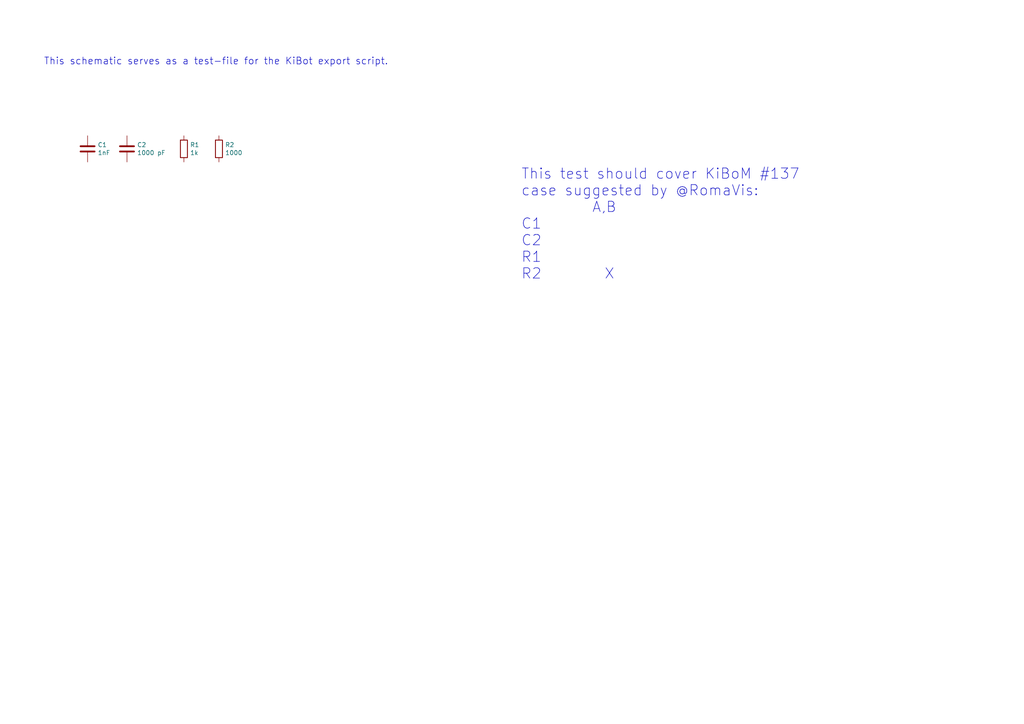
<source format=kicad_sch>
(kicad_sch (version 20250114) (generator "eeschema") (generator_version "9.0")
  (paper "A4")
  (title_block (title "KiBom Test Schematic") (date "2020-03-12") (rev "A") (company "https://github.com/SchrodingersGat/KiBom"))
  (lib_symbols
    (symbol "Device:C" (pin_numbers (hide yes)) (pin_names (offset 0.254))
      (property "Reference" "C" (at 0.635 2.54 0))
      (property "Value" "C" (at 0.635 -2.54 0))
      (symbol "C_0_1"
        (polyline (pts (xy -2.032 0.762) (xy 2.032 0.762)) (stroke (width 0.508)))
        (polyline (pts (xy -2.032 -0.762) (xy 2.032 -0.762)) (stroke (width 0.508)))
      )
      (symbol "C_1_1"
        (pin passive line (at 0 3.81 270) (length 2.794) (name "~") (number "1"))
        (pin passive line (at 0 -3.81 90) (length 2.794) (name "~") (number "2"))
      )
    )
    (symbol "Device:R" (pin_numbers (hide yes)) (pin_names (offset 0))
      (property "Reference" "R" (at 2.032 0 90))
      (property "Value" "R" (at 0 0 90))
      (symbol "R_0_1"
        (rectangle (start -1.016 -2.54) (end 1.016 2.54) (stroke (width 0.254)))
      )
      (symbol "R_1_1"
        (pin passive line (at 0 3.81 270) (length 1.27) (name "~") (number "1"))
        (pin passive line (at 0 -3.81 90) (length 1.27) (name "~") (number "2"))
      )
    )
  )
  (text "This schematic serves as a test-file for the KiBot export script." (at 12.7 19.05 0) (effects (font (size 2.0066 2.0066)) (justify left bottom)))
  (text "This test should cover KiBoM #137\ncase suggested by @RomaVis:\n         A,B\nC1                     \nC2                    \nR1                    \nR2        X                  \n" (at 151.13 81.28 0) (effects (font (size 2.9972 2.9972)) (justify left bottom)))
  (symbol (lib_id "Device:C") (at 25.4 43.18 0) (unit 1)
    (property "Reference" "C1" (at 28.321 42.0116 0) (effects (justify left)))
    (property "Value" "1nF" (at 28.321 44.323 0) (effects (justify left)))
    (property "Footprint" "Capacitor_SMD:C_0805_2012Metric" (effects (hide yes)))
    (property "Config" "+A,-B" (effects (hide yes)))
  )
  (symbol (lib_id "Device:C") (at 36.83 43.18 0) (unit 1)
    (property "Reference" "C2" (at 39.751 42.0116 0) (effects (justify left)))
    (property "Value" "1000 pF" (at 39.751 44.323 0) (effects (justify left)))
    (property "Footprint" "Capacitor_SMD:C_0805_2012Metric" (effects (hide yes)))
    (property "Config" "-B,+A" (effects (hide yes)))
  )
  (symbol (lib_id "Device:R") (at 53.34 43.18 0) (unit 1)
    (property "Reference" "R1" (at 55.118 42.0116 0) (effects (justify left)))
    (property "Value" "1k" (at 55.118 44.323 0) (effects (justify left)))
    (property "Footprint" "Resistor_SMD:R_0805_2012Metric" (effects (hide yes)))
    (property "Config" "-A" (effects (hide yes)))
  )
  (symbol (lib_id "Device:R") (at 63.5 43.18 0) (unit 1)
    (property "Reference" "R2" (at 65.278 42.0116 0) (effects (justify left)))
    (property "Value" "1000" (at 65.278 44.323 0) (effects (justify left)))
    (property "Footprint" "Resistor_SMD:R_0805_2012Metric" (effects (hide yes)))
    (property "Config" "+B" (effects (hide yes)))
  )
)
</source>
